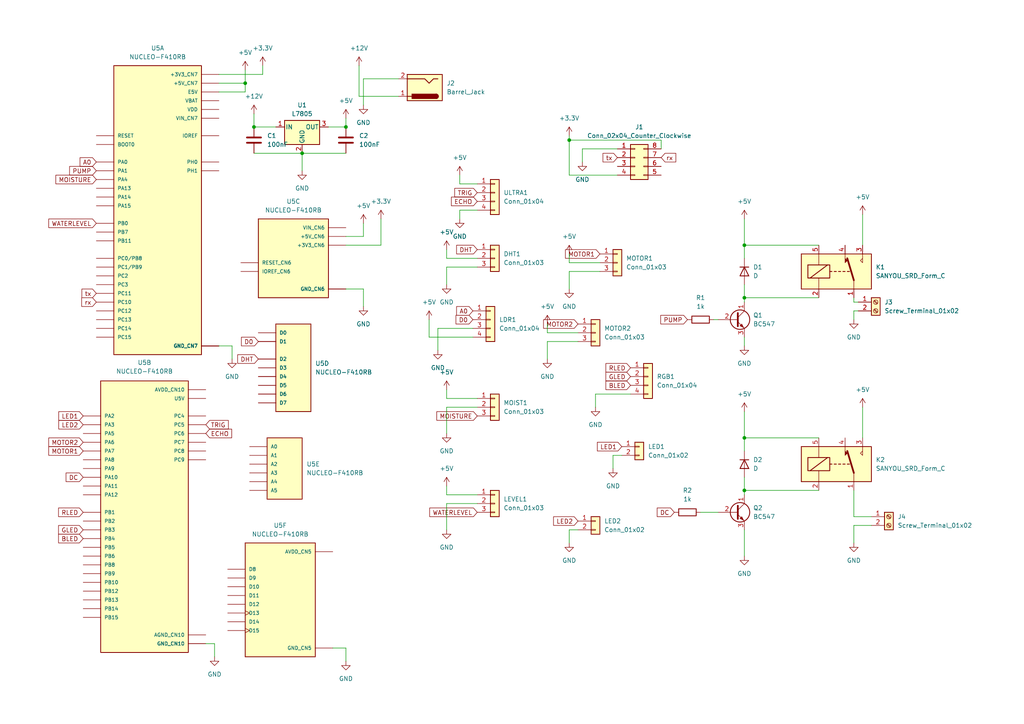
<source format=kicad_sch>
(kicad_sch (version 20231120) (generator "eeschema") (generator_version "8.0")
  (paper "A4")
  (lib_symbols
    (symbol "Connector:Barrel_Jack" (pin_names (offset 1.016))
      (property "Reference" "J" (at 0 5.334 0))
      (property "Value" "Barrel_Jack" (at 0 -5.08 0))
      (symbol "Barrel_Jack_0_1"
        (rectangle (start -5.08 3.81) (end 5.08 -3.81) (stroke (width 0.254)) (fill (type background)))
        (arc (start -3.302 3.175) (mid -3.9343 2.54) (end -3.302 1.905) (stroke (width 0.254)))
        (arc (start -3.302 3.175) (mid -3.9343 2.54) (end -3.302 1.905) (stroke (width 0.254)) (fill (type outline)))
        (polyline (pts (xy 5.08 2.54) (xy 3.81 2.54)) (stroke (width 0.254)))
        (polyline (pts (xy -3.81 -2.54) (xy -2.54 -2.54) (xy -1.27 -1.27) (xy 0 -2.54) (xy 2.54 -2.54) (xy 5.08 -2.54)) (stroke (width 0.254)))
        (rectangle (start 3.683 3.175) (end -3.302 1.905) (stroke (width 0.254)) (fill (type outline)))
      )
      (symbol "Barrel_Jack_1_1"
        (pin passive line (at 7.62 2.54 180) (length 2.54) (name "~") (number "1"))
        (pin passive line (at 7.62 -2.54 180) (length 2.54) (name "~") (number "2"))
      )
    )
    (symbol "Connector:Screw_Terminal_01x02" (pin_names (offset 1.016) hide)
      (property "Reference" "J" (at 0 2.54 0))
      (property "Value" "Screw_Terminal_01x02" (at 0 -5.08 0))
      (symbol "Screw_Terminal_01x02_1_1"
        (rectangle (start -1.27 1.27) (end 1.27 -3.81) (stroke (width 0.254)) (fill (type background)))
        (circle (center 0 -2.54) (radius 0.635) (stroke (width 0.1524)))
        (polyline (pts (xy -0.5334 -2.2098) (xy 0.3302 -3.048)) (stroke (width 0.1524)))
        (polyline (pts (xy -0.5334 0.3302) (xy 0.3302 -0.508)) (stroke (width 0.1524)))
        (polyline (pts (xy -0.3556 -2.032) (xy 0.508 -2.8702)) (stroke (width 0.1524)))
        (polyline (pts (xy -0.3556 0.508) (xy 0.508 -0.3302)) (stroke (width 0.1524)))
        (circle (center 0 0) (radius 0.635) (stroke (width 0.1524)))
        (pin passive line (at -5.08 0 0) (length 3.81) (name "Pin_1") (number "1"))
        (pin passive line (at -5.08 -2.54 0) (length 3.81) (name "Pin_2") (number "2"))
      )
    )
    (symbol "Connector_Generic:Conn_01x02" (pin_names (offset 1.016) hide)
      (property "Reference" "J" (at 0 2.54 0))
      (property "Value" "Conn_01x02" (at 0 -5.08 0))
      (symbol "Conn_01x02_1_1"
        (rectangle (start -1.27 -2.413) (end 0 -2.667) (stroke (width 0.1524)))
        (rectangle (start -1.27 0.127) (end 0 -0.127) (stroke (width 0.1524)))
        (rectangle (start -1.27 1.27) (end 1.27 -3.81) (stroke (width 0.254)) (fill (type background)))
        (pin passive line (at -5.08 0 0) (length 3.81) (name "Pin_1") (number "1"))
        (pin passive line (at -5.08 -2.54 0) (length 3.81) (name "Pin_2") (number "2"))
      )
    )
    (symbol "Connector_Generic:Conn_01x03" (pin_names (offset 1.016) hide)
      (property "Reference" "J" (at 0 5.08 0))
      (property "Value" "Conn_01x03" (at 0 -5.08 0))
      (symbol "Conn_01x03_1_1"
        (rectangle (start -1.27 -2.413) (end 0 -2.667) (stroke (width 0.1524)))
        (rectangle (start -1.27 0.127) (end 0 -0.127) (stroke (width 0.1524)))
        (rectangle (start -1.27 2.667) (end 0 2.413) (stroke (width 0.1524)))
        (rectangle (start -1.27 3.81) (end 1.27 -3.81) (stroke (width 0.254)) (fill (type background)))
        (pin passive line (at -5.08 2.54 0) (length 3.81) (name "Pin_1") (number "1"))
        (pin passive line (at -5.08 0 0) (length 3.81) (name "Pin_2") (number "2"))
        (pin passive line (at -5.08 -2.54 0) (length 3.81) (name "Pin_3") (number "3"))
      )
    )
    (symbol "Connector_Generic:Conn_01x04" (pin_names (offset 1.016) hide)
      (property "Reference" "J" (at 0 5.08 0))
      (property "Value" "Conn_01x04" (at 0 -7.62 0))
      (symbol "Conn_01x04_1_1"
        (rectangle (start -1.27 -4.953) (end 0 -5.207) (stroke (width 0.1524)))
        (rectangle (start -1.27 -2.413) (end 0 -2.667) (stroke (width 0.1524)))
        (rectangle (start -1.27 0.127) (end 0 -0.127) (stroke (width 0.1524)))
        (rectangle (start -1.27 2.667) (end 0 2.413) (stroke (width 0.1524)))
        (rectangle (start -1.27 3.81) (end 1.27 -6.35) (stroke (width 0.254)) (fill (type background)))
        (pin passive line (at -5.08 2.54 0) (length 3.81) (name "Pin_1") (number "1"))
        (pin passive line (at -5.08 0 0) (length 3.81) (name "Pin_2") (number "2"))
        (pin passive line (at -5.08 -2.54 0) (length 3.81) (name "Pin_3") (number "3"))
        (pin passive line (at -5.08 -5.08 0) (length 3.81) (name "Pin_4") (number "4"))
      )
    )
    (symbol "Connector_Generic:Conn_02x04_Counter_Clockwise" (pin_names (offset 1.016) hide)
      (property "Reference" "J" (at 1.27 5.08 0))
      (property "Value" "Conn_02x04_Counter_Clockwise" (at 1.27 -7.62 0))
      (symbol "Conn_02x04_Counter_Clockwise_1_1"
        (rectangle (start -1.27 -4.953) (end 0 -5.207) (stroke (width 0.1524)))
        (rectangle (start -1.27 -2.413) (end 0 -2.667) (stroke (width 0.1524)))
        (rectangle (start -1.27 0.127) (end 0 -0.127) (stroke (width 0.1524)))
        (rectangle (start -1.27 2.667) (end 0 2.413) (stroke (width 0.1524)))
        (rectangle (start -1.27 3.81) (end 3.81 -6.35) (stroke (width 0.254)) (fill (type background)))
        (rectangle (start 3.81 -4.953) (end 2.54 -5.207) (stroke (width 0.1524)))
        (rectangle (start 3.81 -2.413) (end 2.54 -2.667) (stroke (width 0.1524)))
        (rectangle (start 3.81 0.127) (end 2.54 -0.127) (stroke (width 0.1524)))
        (rectangle (start 3.81 2.667) (end 2.54 2.413) (stroke (width 0.1524)))
        (pin passive line (at -5.08 2.54 0) (length 3.81) (name "Pin_1") (number "1"))
        (pin passive line (at -5.08 0 0) (length 3.81) (name "Pin_2") (number "2"))
        (pin passive line (at -5.08 -2.54 0) (length 3.81) (name "Pin_3") (number "3"))
        (pin passive line (at -5.08 -5.08 0) (length 3.81) (name "Pin_4") (number "4"))
        (pin passive line (at 7.62 -5.08 180) (length 3.81) (name "Pin_5") (number "5"))
        (pin passive line (at 7.62 -2.54 180) (length 3.81) (name "Pin_6") (number "6"))
        (pin passive line (at 7.62 0 180) (length 3.81) (name "Pin_7") (number "7"))
        (pin passive line (at 7.62 2.54 180) (length 3.81) (name "Pin_8") (number "8"))
      )
    )
    (symbol "Device:C" (pin_numbers hide) (pin_names (offset 0.254))
      (property "Reference" "C" (at 0.635 2.54 0))
      (property "Value" "C" (at 0.635 -2.54 0))
      (symbol "C_0_1"
        (polyline (pts (xy -2.032 -0.762) (xy 2.032 -0.762)) (stroke (width 0.508)))
        (polyline (pts (xy -2.032 0.762) (xy 2.032 0.762)) (stroke (width 0.508)))
      )
      (symbol "C_1_1"
        (pin passive line (at 0 3.81 270) (length 2.794) (name "~") (number "1"))
        (pin passive line (at 0 -3.81 90) (length 2.794) (name "~") (number "2"))
      )
    )
    (symbol "Device:D" (pin_numbers hide) (pin_names (offset 1.016) hide)
      (property "Reference" "D" (at 0 2.54 0))
      (property "Value" "D" (at 0 -2.54 0))
      (symbol "D_0_1"
        (polyline (pts (xy -1.27 1.27) (xy -1.27 -1.27)) (stroke (width 0.254)))
        (polyline (pts (xy 1.27 0) (xy -1.27 0)))
        (polyline (pts (xy 1.27 1.27) (xy 1.27 -1.27) (xy -1.27 0) (xy 1.27 1.27)) (stroke (width 0.254)))
      )
      (symbol "D_1_1"
        (pin passive line (at -3.81 0 0) (length 2.54) (name "K") (number "1"))
        (pin passive line (at 3.81 0 180) (length 2.54) (name "A") (number "2"))
      )
    )
    (symbol "Device:R" (pin_numbers hide) (pin_names (offset 0))
      (property "Reference" "R" (at 2.032 0 90))
      (property "Value" "R" (at 0 0 90))
      (symbol "R_0_1"
        (rectangle (start -1.016 -2.54) (end 1.016 2.54) (stroke (width 0.254)))
      )
      (symbol "R_1_1"
        (pin passive line (at 0 3.81 270) (length 1.27) (name "~") (number "1"))
        (pin passive line (at 0 -3.81 90) (length 1.27) (name "~") (number "2"))
      )
    )
    (symbol "NUCLEO-F410RB:NUCLEO-F410RB" (pin_numbers hide) (pin_names (offset 1.016))
      (property "Reference" "U" (at -12.7 41.91 0))
      (property "Value" "NUCLEO-F410RB" (at -12.7 -44.45 0))
      (symbol "NUCLEO-F410RB_1_0"
        (rectangle (start -12.7 -43.18) (end 12.7 40.64) (stroke (width 0.254)) (fill (type background)))
        (pin bidirectional line (at -17.78 -27.94 0) (length 5.08) (name "PC10") (number "CN7_1"))
        (pin bidirectional line (at 17.78 20.32 180) (length 5.08) (name "IOREF") (number "CN7_12"))
        (pin bidirectional line (at -17.78 5.08 0) (length 5.08) (name "PA13") (number "CN7_13"))
        (pin bidirectional line (at -17.78 20.32 0) (length 5.08) (name "RESET") (number "CN7_14"))
        (pin bidirectional line (at -17.78 2.54 0) (length 5.08) (name "PA14") (number "CN7_15"))
        (pin power_in line (at 17.78 38.1 180) (length 5.08) (name "+3V3_CN7") (number "CN7_16"))
        (pin bidirectional line (at -17.78 0 0) (length 5.08) (name "PA15") (number "CN7_17"))
        (pin power_in line (at 17.78 35.56 180) (length 5.08) (name "+5V_CN7") (number "CN7_18"))
        (pin power_in line (at 17.78 -40.64 180) (length 5.08) (name "GND_CN7") (number "CN7_19"))
        (pin bidirectional line (at -17.78 -25.4 0) (length 5.08) (name "PC11") (number "CN7_2"))
        (pin power_in line (at 17.78 -40.64 180) (length 5.08) (name "GND_CN7") (number "CN7_20"))
        (pin bidirectional line (at -17.78 -7.62 0) (length 5.08) (name "PB7") (number "CN7_21"))
        (pin power_in line (at 17.78 -40.64 180) (length 5.08) (name "GND_CN7") (number "CN7_22"))
        (pin bidirectional line (at -17.78 -33.02 0) (length 5.08) (name "PC13") (number "CN7_23"))
        (pin power_in line (at 17.78 25.4 180) (length 5.08) (name "VIN_CN7") (number "CN7_24"))
        (pin bidirectional line (at -17.78 -35.56 0) (length 5.08) (name "PC14") (number "CN7_25"))
        (pin bidirectional line (at -17.78 -38.1 0) (length 5.08) (name "PC15") (number "CN7_27"))
        (pin bidirectional line (at -17.78 12.7 0) (length 5.08) (name "PA0") (number "CN7_28"))
        (pin bidirectional line (at 17.78 12.7 180) (length 5.08) (name "PH0") (number "CN7_29"))
        (pin bidirectional line (at -17.78 -30.48 0) (length 5.08) (name "PC12") (number "CN7_3"))
        (pin bidirectional line (at -17.78 10.16 0) (length 5.08) (name "PA1") (number "CN7_30"))
        (pin bidirectional line (at 17.78 10.16 180) (length 5.08) (name "PH1") (number "CN7_31"))
        (pin bidirectional line (at -17.78 7.62 0) (length 5.08) (name "PA4") (number "CN7_32"))
        (pin power_in line (at 17.78 30.48 180) (length 5.08) (name "VBAT") (number "CN7_33"))
        (pin bidirectional line (at -17.78 -5.08 0) (length 5.08) (name "PB0") (number "CN7_34"))
        (pin bidirectional line (at -17.78 -20.32 0) (length 5.08) (name "PC2") (number "CN7_35"))
        (pin bidirectional line (at -17.78 -17.78 0) (length 5.08) (name "PC1/PB9") (number "CN7_36"))
        (pin bidirectional line (at -17.78 -22.86 0) (length 5.08) (name "PC3") (number "CN7_37"))
        (pin bidirectional line (at -17.78 -15.24 0) (length 5.08) (name "PC0/PB8") (number "CN7_38"))
        (pin bidirectional line (at -17.78 -10.16 0) (length 5.08) (name "PB11") (number "CN7_4"))
        (pin power_in line (at 17.78 27.94 180) (length 5.08) (name "VDD") (number "CN7_5"))
        (pin power_in line (at 17.78 33.02 180) (length 5.08) (name "E5V") (number "CN7_6"))
        (pin bidirectional line (at -17.78 17.78 0) (length 5.08) (name "BOOT0") (number "CN7_7"))
        (pin power_in line (at 17.78 -40.64 180) (length 5.08) (name "GND_CN7") (number "CN7_8"))
      )
      (symbol "NUCLEO-F410RB_2_0"
        (rectangle (start -12.7 -40.64) (end 12.7 38.1) (stroke (width 0.254)) (fill (type background)))
        (pin bidirectional line (at 17.78 15.24 180) (length 5.08) (name "PC9") (number "CN10_1"))
        (pin bidirectional line (at -17.78 22.86 0) (length 5.08) (name "PA5") (number "CN10_11"))
        (pin bidirectional line (at -17.78 5.08 0) (length 5.08) (name "PA12") (number "CN10_12"))
        (pin bidirectional line (at -17.78 20.32 0) (length 5.08) (name "PA6") (number "CN10_13"))
        (pin bidirectional line (at -17.78 7.62 0) (length 5.08) (name "PA11") (number "CN10_14"))
        (pin bidirectional line (at -17.78 17.78 0) (length 5.08) (name "PA7") (number "CN10_15"))
        (pin bidirectional line (at -17.78 -22.86 0) (length 5.08) (name "PB12") (number "CN10_16"))
        (pin bidirectional line (at -17.78 -12.7 0) (length 5.08) (name "PB6") (number "CN10_17"))
        (pin bidirectional line (at 17.78 20.32 180) (length 5.08) (name "PC7") (number "CN10_19"))
        (pin bidirectional line (at 17.78 17.78 180) (length 5.08) (name "PC8") (number "CN10_2"))
        (pin power_in line (at 17.78 -38.1 180) (length 5.08) (name "GND_CN10") (number "CN10_20"))
        (pin bidirectional line (at -17.78 12.7 0) (length 5.08) (name "PA9") (number "CN10_21"))
        (pin bidirectional line (at -17.78 -2.54 0) (length 5.08) (name "PB2") (number "CN10_22"))
        (pin bidirectional line (at -17.78 15.24 0) (length 5.08) (name "PA8") (number "CN10_23"))
        (pin bidirectional line (at -17.78 0 0) (length 5.08) (name "PB1") (number "CN10_24"))
        (pin bidirectional line (at -17.78 -20.32 0) (length 5.08) (name "PB10") (number "CN10_25"))
        (pin bidirectional line (at -17.78 -30.48 0) (length 5.08) (name "PB15") (number "CN10_26"))
        (pin bidirectional line (at -17.78 -7.62 0) (length 5.08) (name "PB4") (number "CN10_27"))
        (pin bidirectional line (at -17.78 -27.94 0) (length 5.08) (name "PB14") (number "CN10_28"))
        (pin bidirectional line (at -17.78 -10.16 0) (length 5.08) (name "PB5") (number "CN10_29"))
        (pin bidirectional line (at -17.78 -15.24 0) (length 5.08) (name "PB8") (number "CN10_3"))
        (pin bidirectional line (at -17.78 -25.4 0) (length 5.08) (name "PB13") (number "CN10_30"))
        (pin bidirectional line (at -17.78 -5.08 0) (length 5.08) (name "PB3") (number "CN10_31"))
        (pin power_in line (at 17.78 -35.56 180) (length 5.08) (name "AGND_CN10") (number "CN10_32"))
        (pin bidirectional line (at -17.78 10.16 0) (length 5.08) (name "PA10") (number "CN10_33"))
        (pin bidirectional line (at 17.78 27.94 180) (length 5.08) (name "PC4") (number "CN10_34"))
        (pin bidirectional line (at -17.78 27.94 0) (length 5.08) (name "PA2") (number "CN10_35"))
        (pin bidirectional line (at -17.78 25.4 0) (length 5.08) (name "PA3") (number "CN10_37"))
        (pin bidirectional line (at 17.78 22.86 180) (length 5.08) (name "PC6") (number "CN10_4"))
        (pin bidirectional line (at -17.78 -17.78 0) (length 5.08) (name "PB9") (number "CN10_5"))
        (pin bidirectional line (at 17.78 25.4 180) (length 5.08) (name "PC5") (number "CN10_6"))
        (pin power_in line (at 17.78 35.56 180) (length 5.08) (name "AVDD_CN10") (number "CN10_7"))
        (pin power_in line (at 17.78 33.02 180) (length 5.08) (name "U5V") (number "CN10_8"))
        (pin power_in line (at 17.78 -38.1 180) (length 5.08) (name "GND_CN10") (number "CN10_9"))
      )
      (symbol "NUCLEO-F410RB_3_0"
        (rectangle (start -10.16 -12.7) (end 10.16 10.16) (stroke (width 0.254)) (fill (type background)))
        (pin bidirectional line (at -15.24 -5.08 0) (length 5.08) (name "IOREF_CN6") (number "CN6_2"))
        (pin bidirectional line (at -15.24 -2.54 0) (length 5.08) (name "RESET_CN6") (number "CN6_3"))
        (pin power_in line (at 15.24 2.54 180) (length 5.08) (name "+3V3_CN6") (number "CN6_4"))
        (pin power_in line (at 15.24 5.08 180) (length 5.08) (name "+5V_CN6") (number "CN6_5"))
        (pin power_in line (at 15.24 -10.16 180) (length 5.08) (name "GND_CN6") (number "CN6_6"))
        (pin power_in line (at 15.24 -10.16 180) (length 5.08) (name "GND_CN6") (number "CN6_7"))
        (pin power_in line (at 15.24 7.62 180) (length 5.08) (name "VIN_CN6") (number "CN6_8"))
      )
      (symbol "NUCLEO-F410RB_4_0"
        (rectangle (start -5.08 -12.7) (end 5.08 12.7) (stroke (width 0.254)) (fill (type background)))
        (pin input line (at -10.16 10.16 0) (length 5.08) (name "D0") (number "CN9_1"))
        (pin output line (at -10.16 7.62 0) (length 5.08) (name "D1") (number "CN9_2"))
        (pin bidirectional line (at -10.16 2.54 0) (length 5.08) (name "D2") (number "CN9_3"))
        (pin bidirectional line (at -10.16 0 0) (length 5.08) (name "D3") (number "CN9_4"))
        (pin bidirectional line (at -10.16 -2.54 0) (length 5.08) (name "D4") (number "CN9_5"))
        (pin bidirectional line (at -10.16 -5.08 0) (length 5.08) (name "D5") (number "CN9_6"))
        (pin bidirectional line (at -10.16 -7.62 0) (length 5.08) (name "D6") (number "CN9_7"))
        (pin bidirectional line (at -10.16 -10.16 0) (length 5.08) (name "D7") (number "CN9_8"))
      )
      (symbol "NUCLEO-F410RB_5_0"
        (rectangle (start -5.08 -10.16) (end 5.08 7.62) (stroke (width 0.254)) (fill (type background)))
        (pin input line (at -10.16 5.08 0) (length 5.08) (name "A0") (number "CN8_1"))
        (pin input line (at -10.16 2.54 0) (length 5.08) (name "A1") (number "CN8_2"))
        (pin input line (at -10.16 0 0) (length 5.08) (name "A2") (number "CN8_3"))
        (pin input line (at -10.16 -2.54 0) (length 5.08) (name "A3") (number "CN8_4"))
        (pin input line (at -10.16 -5.08 0) (length 5.08) (name "A4") (number "CN8_5"))
        (pin input line (at -10.16 -7.62 0) (length 5.08) (name "A5") (number "CN8_6"))
      )
      (symbol "NUCLEO-F410RB_6_0"
        (rectangle (start -10.16 -17.78) (end 10.16 15.24) (stroke (width 0.254)) (fill (type background)))
        (pin bidirectional line (at -15.24 7.62 0) (length 5.08) (name "D8") (number "CN5_1"))
        (pin bidirectional clock (at -15.24 -10.16 0) (length 5.08) (name "D15") (number "CN5_10"))
        (pin bidirectional line (at -15.24 5.08 0) (length 5.08) (name "D9") (number "CN5_2"))
        (pin bidirectional line (at -15.24 2.54 0) (length 5.08) (name "D10") (number "CN5_3"))
        (pin bidirectional line (at -15.24 0 0) (length 5.08) (name "D11") (number "CN5_4"))
        (pin bidirectional line (at -15.24 -2.54 0) (length 5.08) (name "D12") (number "CN5_5"))
        (pin bidirectional clock (at -15.24 -5.08 0) (length 5.08) (name "D13") (number "CN5_6"))
        (pin power_in line (at 15.24 -15.24 180) (length 5.08) (name "GND_CN5") (number "CN5_7"))
        (pin power_in line (at 15.24 12.7 180) (length 5.08) (name "AVDD_CN5") (number "CN5_8"))
        (pin bidirectional line (at -15.24 -7.62 0) (length 5.08) (name "D14") (number "CN5_9"))
      )
    )
    (symbol "Regulator_Linear:L7805" (pin_names (offset 0.254))
      (property "Reference" "U" (at -3.81 3.175 0))
      (property "Value" "L7805" (at 0 3.175 0))
      (symbol "L7805_0_1"
        (rectangle (start -5.08 1.905) (end 5.08 -5.08) (stroke (width 0.254)) (fill (type background)))
      )
      (symbol "L7805_1_1"
        (pin power_in line (at -7.62 0 0) (length 2.54) (name "IN") (number "1"))
        (pin power_in line (at 0 -7.62 90) (length 2.54) (name "GND") (number "2"))
        (pin power_out line (at 7.62 0 180) (length 2.54) (name "OUT") (number "3"))
      )
    )
    (symbol "Relay:SANYOU_SRD_Form_C"
      (property "Reference" "K" (at 11.43 3.81 0))
      (property "Value" "SANYOU_SRD_Form_C" (at 11.43 1.27 0))
      (symbol "SANYOU_SRD_Form_C_0_0"
        (polyline (pts (xy 7.62 5.08) (xy 7.62 2.54) (xy 6.985 3.175) (xy 7.62 3.81)))
      )
      (symbol "SANYOU_SRD_Form_C_0_1"
        (rectangle (start -10.16 5.08) (end 10.16 -5.08) (stroke (width 0.254)) (fill (type background)))
        (rectangle (start -8.255 1.905) (end -1.905 -1.905) (stroke (width 0.254)))
        (polyline (pts (xy -7.62 -1.905) (xy -2.54 1.905)) (stroke (width 0.254)))
        (polyline (pts (xy -5.08 -5.08) (xy -5.08 -1.905)))
        (polyline (pts (xy -5.08 5.08) (xy -5.08 1.905)))
        (polyline (pts (xy -1.905 0) (xy -1.27 0)) (stroke (width 0.254)))
        (polyline (pts (xy -0.635 0) (xy 0 0)) (stroke (width 0.254)))
        (polyline (pts (xy 0.635 0) (xy 1.27 0)) (stroke (width 0.254)))
        (polyline (pts (xy 1.905 0) (xy 2.54 0)) (stroke (width 0.254)))
        (polyline (pts (xy 3.175 0) (xy 3.81 0)) (stroke (width 0.254)))
        (polyline (pts (xy 5.08 -2.54) (xy 3.175 3.81)) (stroke (width 0.508)))
        (polyline (pts (xy 5.08 -2.54) (xy 5.08 -5.08)))
      )
      (symbol "SANYOU_SRD_Form_C_1_1"
        (polyline (pts (xy 2.54 3.81) (xy 3.175 3.175) (xy 2.54 2.54) (xy 2.54 5.08)) (fill (type outline)))
        (pin passive line (at 5.08 -7.62 90) (length 2.54) (name "~") (number "1"))
        (pin passive line (at -5.08 -7.62 90) (length 2.54) (name "~") (number "2"))
        (pin passive line (at 7.62 7.62 270) (length 2.54) (name "~") (number "3"))
        (pin passive line (at 2.54 7.62 270) (length 2.54) (name "~") (number "4"))
        (pin passive line (at -5.08 7.62 270) (length 2.54) (name "~") (number "5"))
      )
    )
    (symbol "Transistor_BJT:BC547" (pin_names (offset 0) hide)
      (property "Reference" "Q" (at 5.08 1.905 0))
      (property "Value" "BC547" (at 5.08 0 0))
      (symbol "BC547_0_1"
        (polyline (pts (xy 0 0) (xy 0.635 0)))
        (polyline (pts (xy 0.635 0.635) (xy 2.54 2.54)))
        (polyline (pts (xy 0.635 -0.635) (xy 2.54 -2.54) (xy 2.54 -2.54)))
        (polyline (pts (xy 0.635 1.905) (xy 0.635 -1.905) (xy 0.635 -1.905)) (stroke (width 0.508)))
        (polyline (pts (xy 1.27 -1.778) (xy 1.778 -1.27) (xy 2.286 -2.286) (xy 1.27 -1.778) (xy 1.27 -1.778)) (fill (type outline)))
        (circle (center 1.27 0) (radius 2.8194) (stroke (width 0.254)))
      )
      (symbol "BC547_1_1"
        (pin passive line (at 2.54 5.08 270) (length 2.54) (name "C") (number "1"))
        (pin input line (at -5.08 0 0) (length 5.08) (name "B") (number "2"))
        (pin passive line (at 2.54 -5.08 90) (length 2.54) (name "E") (number "3"))
      )
    )
    (symbol "power:+12V" (power) (pin_names (offset 0))
      (property "Value" "+12V" (at 0 3.556 0))
      (symbol "+12V_0_1"
        (polyline (pts (xy -0.762 1.27) (xy 0 2.54)))
        (polyline (pts (xy 0 0) (xy 0 2.54)))
        (polyline (pts (xy 0 2.54) (xy 0.762 1.27)))
      )
      (symbol "+12V_1_1"
        (pin power_in line (at 0 0 90) (length 0) hide (name "+12V") (number "1"))
      )
    )
    (symbol "power:+3.3V" (power) (pin_names (offset 0))
      (property "Value" "+3.3V" (at 0 3.556 0))
      (symbol "+3.3V_0_1"
        (polyline (pts (xy -0.762 1.27) (xy 0 2.54)))
        (polyline (pts (xy 0 0) (xy 0 2.54)))
        (polyline (pts (xy 0 2.54) (xy 0.762 1.27)))
      )
      (symbol "+3.3V_1_1"
        (pin power_in line (at 0 0 90) (length 0) hide (name "+3.3V") (number "1"))
      )
    )
    (symbol "power:+5V" (power) (pin_names (offset 0))
      (property "Value" "+5V" (at 0 3.556 0))
      (symbol "+5V_0_1"
        (polyline (pts (xy -0.762 1.27) (xy 0 2.54)))
        (polyline (pts (xy 0 0) (xy 0 2.54)))
        (polyline (pts (xy 0 2.54) (xy 0.762 1.27)))
      )
      (symbol "+5V_1_1"
        (pin power_in line (at 0 0 90) (length 0) hide (name "+5V") (number "1"))
      )
    )
    (symbol "power:GND" (power) (pin_names (offset 0))
      (property "Value" "GND" (at 0 -3.81 0))
      (symbol "GND_0_1"
        (polyline (pts (xy 0 0) (xy 0 -1.27) (xy 1.27 -1.27) (xy 0 -2.54) (xy -1.27 -1.27) (xy 0 -1.27)))
      )
      (symbol "GND_1_1"
        (pin power_in line (at 0 0 270) (length 0) hide (name "GND") (number "1"))
      )
    )
  )
  (junction (at 71.12 24.13))
  (junction (at 73.66 36.83))
  (junction (at 215.9 86.36))
  (junction (at 100.33 36.83))
  (junction (at 215.9 127))
  (junction (at 165.1 40.64))
  (junction (at 87.63 44.45))
  (junction (at 215.9 142.24))
  (junction (at 215.9 71.12))
  (wire (pts (xy 247.65 86.36) (xy 247.65 87.63)))
  (wire (pts (xy 129.54 82.55) (xy 129.54 77.47)))
  (wire (pts (xy 215.9 82.55) (xy 215.9 86.36)))
  (wire (pts (xy 129.54 77.47) (xy 138.43 77.47)))
  (wire (pts (xy 215.9 142.24) (xy 237.49 142.24)))
  (wire (pts (xy 95.25 36.83) (xy 100.33 36.83)))
  (wire (pts (xy 177.8 132.08) (xy 180.34 132.08)))
  (wire (pts (xy 172.72 114.3) (xy 182.88 114.3)))
  (wire (pts (xy 104.14 19.05) (xy 104.14 27.94)))
  (wire (pts (xy 96.52 187.96) (xy 100.33 187.96)))
  (wire (pts (xy 104.14 27.94) (xy 115.57 27.94)))
  (wire (pts (xy 165.1 78.74) (xy 173.99 78.74)))
  (wire (pts (xy 165.1 40.64) (xy 191.77 40.64)))
  (wire (pts (xy 165.1 83.82) (xy 165.1 78.74)))
  (wire (pts (xy 87.63 44.45) (xy 100.33 44.45)))
  (wire (pts (xy 105.41 22.86) (xy 115.57 22.86)))
  (wire (pts (xy 158.75 93.98) (xy 158.75 96.52)))
  (wire (pts (xy 129.54 153.67) (xy 129.54 146.05)))
  (wire (pts (xy 105.41 30.48) (xy 105.41 22.86)))
  (wire (pts (xy 247.65 90.17) (xy 248.92 90.17)))
  (wire (pts (xy 191.77 40.64) (xy 191.77 43.18)))
  (wire (pts (xy 215.9 86.36) (xy 237.49 86.36)))
  (wire (pts (xy 215.9 119.38) (xy 215.9 127)))
  (wire (pts (xy 247.65 92.71) (xy 247.65 90.17)))
  (wire (pts (xy 215.9 97.79) (xy 215.9 100.33)))
  (wire (pts (xy 59.69 186.69) (xy 62.23 186.69)))
  (wire (pts (xy 165.1 76.2) (xy 173.99 76.2)))
  (wire (pts (xy 133.35 60.96) (xy 133.35 63.5)))
  (wire (pts (xy 165.1 40.64) (xy 165.1 50.8)))
  (wire (pts (xy 215.9 127) (xy 237.49 127)))
  (wire (pts (xy 138.43 60.96) (xy 133.35 60.96)))
  (wire (pts (xy 129.54 72.39) (xy 129.54 74.93)))
  (wire (pts (xy 215.9 127) (xy 215.9 130.81)))
  (wire (pts (xy 133.35 53.34) (xy 133.35 50.8)))
  (wire (pts (xy 177.8 135.89) (xy 177.8 132.08)))
  (wire (pts (xy 129.54 125.73) (xy 129.54 118.11)))
  (wire (pts (xy 100.33 34.29) (xy 100.33 36.83)))
  (wire (pts (xy 127 101.6) (xy 127 95.25)))
  (wire (pts (xy 129.54 146.05) (xy 138.43 146.05)))
  (wire (pts (xy 73.66 44.45) (xy 87.63 44.45)))
  (wire (pts (xy 247.65 87.63) (xy 248.92 87.63)))
  (wire (pts (xy 127 95.25) (xy 137.16 95.25)))
  (wire (pts (xy 129.54 74.93) (xy 138.43 74.93)))
  (wire (pts (xy 63.5 24.13) (xy 71.12 24.13)))
  (wire (pts (xy 62.23 186.69) (xy 62.23 190.5)))
  (wire (pts (xy 71.12 24.13) (xy 71.12 20.32)))
  (wire (pts (xy 168.91 46.99) (xy 168.91 43.18)))
  (wire (pts (xy 105.41 68.58) (xy 105.41 64.77)))
  (wire (pts (xy 172.72 118.11) (xy 172.72 114.3)))
  (wire (pts (xy 165.1 73.66) (xy 165.1 76.2)))
  (wire (pts (xy 215.9 87.63) (xy 215.9 86.36)))
  (wire (pts (xy 250.19 62.23) (xy 250.19 71.12)))
  (wire (pts (xy 73.66 33.02) (xy 73.66 36.83)))
  (wire (pts (xy 63.5 100.33) (xy 67.31 100.33)))
  (wire (pts (xy 203.2 148.59) (xy 208.28 148.59)))
  (wire (pts (xy 215.9 153.67) (xy 215.9 161.29)))
  (wire (pts (xy 215.9 63.5) (xy 215.9 71.12)))
  (wire (pts (xy 67.31 100.33) (xy 67.31 104.14)))
  (wire (pts (xy 158.75 96.52) (xy 167.64 96.52)))
  (wire (pts (xy 215.9 138.43) (xy 215.9 142.24)))
  (wire (pts (xy 129.54 118.11) (xy 138.43 118.11)))
  (wire (pts (xy 100.33 68.58) (xy 105.41 68.58)))
  (wire (pts (xy 168.91 43.18) (xy 179.07 43.18)))
  (wire (pts (xy 129.54 140.97) (xy 129.54 143.51)))
  (wire (pts (xy 63.5 26.67) (xy 71.12 26.67)))
  (wire (pts (xy 100.33 187.96) (xy 100.33 191.77)))
  (wire (pts (xy 207.01 92.71) (xy 208.28 92.71)))
  (wire (pts (xy 73.66 36.83) (xy 80.01 36.83)))
  (wire (pts (xy 110.49 71.12) (xy 110.49 63.5)))
  (wire (pts (xy 129.54 115.57) (xy 138.43 115.57)))
  (wire (pts (xy 165.1 50.8) (xy 179.07 50.8)))
  (wire (pts (xy 100.33 71.12) (xy 110.49 71.12)))
  (wire (pts (xy 87.63 44.45) (xy 87.63 49.53)))
  (wire (pts (xy 215.9 71.12) (xy 237.49 71.12)))
  (wire (pts (xy 165.1 39.37) (xy 165.1 40.64)))
  (wire (pts (xy 165.1 153.67) (xy 167.64 153.67)))
  (wire (pts (xy 247.65 152.4) (xy 252.73 152.4)))
  (wire (pts (xy 76.2 21.59) (xy 76.2 19.05)))
  (wire (pts (xy 63.5 21.59) (xy 76.2 21.59)))
  (wire (pts (xy 105.41 83.82) (xy 105.41 88.9)))
  (wire (pts (xy 165.1 157.48) (xy 165.1 153.67)))
  (wire (pts (xy 129.54 113.03) (xy 129.54 115.57)))
  (wire (pts (xy 247.65 157.48) (xy 247.65 152.4)))
  (wire (pts (xy 215.9 143.51) (xy 215.9 142.24)))
  (wire (pts (xy 247.65 149.86) (xy 252.73 149.86)))
  (wire (pts (xy 158.75 99.06) (xy 167.64 99.06)))
  (wire (pts (xy 247.65 142.24) (xy 247.65 149.86)))
  (wire (pts (xy 71.12 26.67) (xy 71.12 24.13)))
  (wire (pts (xy 124.46 97.79) (xy 137.16 97.79)))
  (wire (pts (xy 215.9 74.93) (xy 215.9 71.12)))
  (wire (pts (xy 124.46 92.71) (xy 124.46 97.79)))
  (wire (pts (xy 129.54 143.51) (xy 138.43 143.51)))
  (wire (pts (xy 100.33 83.82) (xy 105.41 83.82)))
  (wire (pts (xy 138.43 53.34) (xy 133.35 53.34)))
  (wire (pts (xy 158.75 104.14) (xy 158.75 99.06)))
  (wire (pts (xy 250.19 118.11) (xy 250.19 127)))
  (global_label "RLED" (shape input) (at 182.88 106.68 180) (property "Intersheetrefs" "${INTERSHEET_REFS}" (effects (hide yes))))
  (global_label "RLED" (shape input) (at 24.13 148.59 180) (property "Intersheetrefs" "${INTERSHEET_REFS}" (effects (hide yes))))
  (global_label "A0" (shape input) (at 27.94 46.99 180) (property "Intersheetrefs" "${INTERSHEET_REFS}" (effects (hide yes))))
  (global_label "MOTOR1" (shape input) (at 173.99 73.66 180) (property "Intersheetrefs" "${INTERSHEET_REFS}" (effects (hide yes))))
  (global_label "BLED" (shape input) (at 182.88 111.76 180) (property "Intersheetrefs" "${INTERSHEET_REFS}" (effects (hide yes))))
  (global_label "ECHO" (shape input) (at 138.43 58.42 180) (property "Intersheetrefs" "${INTERSHEET_REFS}" (effects (hide yes))))
  (global_label "rx" (shape input) (at 27.94 87.63 180) (property "Intersheetrefs" "${INTERSHEET_REFS}" (effects (hide yes))))
  (global_label "BLED" (shape input) (at 24.13 156.21 180) (property "Intersheetrefs" "${INTERSHEET_REFS}" (effects (hide yes))))
  (global_label "LED2" (shape input) (at 24.13 123.19 180) (property "Intersheetrefs" "${INTERSHEET_REFS}" (effects (hide yes))))
  (global_label "DHT" (shape input) (at 138.43 72.39 180) (property "Intersheetrefs" "${INTERSHEET_REFS}" (effects (hide yes))))
  (global_label "tx" (shape input) (at 27.94 85.09 180) (property "Intersheetrefs" "${INTERSHEET_REFS}" (effects (hide yes))))
  (global_label "PUMP" (shape input) (at 27.94 49.53 180) (property "Intersheetrefs" "${INTERSHEET_REFS}" (effects (hide yes))))
  (global_label "GLED" (shape input) (at 182.88 109.22 180) (property "Intersheetrefs" "${INTERSHEET_REFS}" (effects (hide yes))))
  (global_label "WATERLEVEL" (shape input) (at 138.43 148.59 180) (property "Intersheetrefs" "${INTERSHEET_REFS}" (effects (hide yes))))
  (global_label "D0" (shape input) (at 137.16 92.71 180) (property "Intersheetrefs" "${INTERSHEET_REFS}" (effects (hide yes))))
  (global_label "tx" (shape input) (at 179.07 45.72 180) (property "Intersheetrefs" "${INTERSHEET_REFS}" (effects (hide yes))))
  (global_label "GLED" (shape input) (at 24.13 153.67 180) (property "Intersheetrefs" "${INTERSHEET_REFS}" (effects (hide yes))))
  (global_label "MOISTURE" (shape input) (at 138.43 120.65 180) (property "Intersheetrefs" "${INTERSHEET_REFS}" (effects (hide yes))))
  (global_label "LED1" (shape input) (at 24.13 120.65 180) (property "Intersheetrefs" "${INTERSHEET_REFS}" (effects (hide yes))))
  (global_label "LED1" (shape input) (at 180.34 129.54 180) (property "Intersheetrefs" "${INTERSHEET_REFS}" (effects (hide yes))))
  (global_label "TRIG" (shape input) (at 138.43 55.88 180) (property "Intersheetrefs" "${INTERSHEET_REFS}" (effects (hide yes))))
  (global_label "DHT" (shape input) (at 74.93 104.14 180) (property "Intersheetrefs" "${INTERSHEET_REFS}" (effects (hide yes))))
  (global_label "rx" (shape input) (at 191.77 45.72 0) (property "Intersheetrefs" "${INTERSHEET_REFS}" (effects (hide yes))))
  (global_label "ECHO" (shape input) (at 59.69 125.73 0) (property "Intersheetrefs" "${INTERSHEET_REFS}" (effects (hide yes))))
  (global_label "TRIG" (shape input) (at 59.69 123.19 0) (property "Intersheetrefs" "${INTERSHEET_REFS}" (effects (hide yes))))
  (global_label "MOTOR1" (shape input) (at 24.13 130.81 180) (property "Intersheetrefs" "${INTERSHEET_REFS}" (effects (hide yes))))
  (global_label "A0" (shape input) (at 137.16 90.17 180) (property "Intersheetrefs" "${INTERSHEET_REFS}" (effects (hide yes))))
  (global_label "MOISTURE" (shape input) (at 27.94 52.07 180) (property "Intersheetrefs" "${INTERSHEET_REFS}" (effects (hide yes))))
  (global_label "DC" (shape input) (at 24.13 138.43 180) (property "Intersheetrefs" "${INTERSHEET_REFS}" (effects (hide yes))))
  (global_label "WATERLEVEL" (shape input) (at 27.94 64.77 180) (property "Intersheetrefs" "${INTERSHEET_REFS}" (effects (hide yes))))
  (global_label "PUMP" (shape input) (at 199.39 92.71 180) (property "Intersheetrefs" "${INTERSHEET_REFS}" (effects (hide yes))))
  (global_label "DC" (shape input) (at 195.58 148.59 180) (property "Intersheetrefs" "${INTERSHEET_REFS}" (effects (hide yes))))
  (global_label "MOTOR2" (shape input) (at 24.13 128.27 180) (property "Intersheetrefs" "${INTERSHEET_REFS}" (effects (hide yes))))
  (global_label "MOTOR2" (shape input) (at 167.64 93.98 180) (property "Intersheetrefs" "${INTERSHEET_REFS}" (effects (hide yes))))
  (global_label "LED2" (shape input) (at 167.64 151.13 180) (property "Intersheetrefs" "${INTERSHEET_REFS}" (effects (hide yes))))
  (global_label "D0" (shape input) (at 74.93 99.06 180) (property "Intersheetrefs" "${INTERSHEET_REFS}" (effects (hide yes))))
  (symbol (lib_id "power:+12V") (at 104.14 19.05 0) (unit 1)
    (property "Reference" "#PWR010" (effects (hide yes)))
    (property "Value" "+12V" (at 104.14 13.97 0))
  )
  (symbol (lib_id "power:+5V") (at 105.41 64.77 0) (unit 1)
    (property "Reference" "#PWR08" (effects (hide yes)))
    (property "Value" "+5V" (at 105.41 59.69 0))
  )
  (symbol (lib_id "NUCLEO-F410RB:NUCLEO-F410RB") (at 85.09 73.66 0) (unit 3)
    (property "Reference" "U5" (at 85.09 58.42 0))
    (property "Value" "NUCLEO-F410RB" (at 85.09 60.96 0))
    (property "Footprint" "Library:ST_NUCLEO-F410RB" (effects (hide yes)))
    (property "Description" "\\n                        \\n                            STM32F410RB, mbed-Enabled Development Nucleo-64 STM32F4 ARM® Cortex®-M4 MCU 32-Bit Embedded Evaluation Board\\n                        \\n" (effects (hide yes)))
    (property "MF" "STMicroelectronics" (effects (hide yes)))
    (property "Package" "None" (effects (hide yes)))
    (property "Price" "None" (effects (hide yes)))
    (property "Check_prices" "https://www.snapeda.com/parts/NUCLEO-F410RB/STMicroelectronics/view-part/?ref=eda" (effects (hide yes)))
    (property "STANDARD" "Manufacturer Recommendations" (effects (hide yes)))
    (property "PARTREV" "13" (effects (hide yes)))
    (property "SnapEDA_Link" "https://www.snapeda.com/parts/NUCLEO-F410RB/STMicroelectronics/view-part/?ref=snap" (effects (hide yes)))
    (property "MP" "NUCLEO-F410RB" (effects (hide yes)))
    (property "Availability" "In Stock" (effects (hide yes)))
    (property "MANUFACTURER" "STMicroelectronics" (effects (hide yes)))
  )
  (symbol (lib_id "power:+5V") (at 71.12 20.32 0) (unit 1)
    (property "Reference" "#PWR01" (effects (hide yes)))
    (property "Value" "+5V" (at 71.12 15.24 0))
  )
  (symbol (lib_id "NUCLEO-F410RB:NUCLEO-F410RB") (at 81.28 172.72 0) (unit 6)
    (property "Reference" "U5" (at 81.28 152.4 0))
    (property "Value" "NUCLEO-F410RB" (at 81.28 154.94 0))
    (property "Footprint" "Library:ST_NUCLEO-F410RB" (effects (hide yes)))
    (property "Description" "\\n                        \\n                            STM32F410RB, mbed-Enabled Development Nucleo-64 STM32F4 ARM® Cortex®-M4 MCU 32-Bit Embedded Evaluation Board\\n                        \\n" (effects (hide yes)))
    (property "MF" "STMicroelectronics" (effects (hide yes)))
    (property "Package" "None" (effects (hide yes)))
    (property "Price" "None" (effects (hide yes)))
    (property "Check_prices" "https://www.snapeda.com/parts/NUCLEO-F410RB/STMicroelectronics/view-part/?ref=eda" (effects (hide yes)))
    (property "STANDARD" "Manufacturer Recommendations" (effects (hide yes)))
    (property "PARTREV" "13" (effects (hide yes)))
    (property "SnapEDA_Link" "https://www.snapeda.com/parts/NUCLEO-F410RB/STMicroelectronics/view-part/?ref=snap" (effects (hide yes)))
    (property "MP" "NUCLEO-F410RB" (effects (hide yes)))
    (property "Availability" "In Stock" (effects (hide yes)))
    (property "MANUFACTURER" "STMicroelectronics" (effects (hide yes)))
  )
  (symbol (lib_id "Regulator_Linear:L7805") (at 87.63 36.83 0) (unit 1)
    (property "Reference" "U1" (at 87.63 30.48 0))
    (property "Value" "L7805" (at 87.63 33.02 0))
    (property "Footprint" "Package_TO_SOT_SMD:TO-252-2" (effects (hide yes)))
    (property "Datasheet" "http://www.st.com/content/ccc/resource/technical/document/datasheet/41/4f/b3/b0/12/d4/47/88/CD00000444.pdf/files/CD00000444.pdf/jcr:content/translations/en.CD00000444.pdf" (effects (hide yes)))
  )
  (symbol (lib_id "Connector_Generic:Conn_01x02") (at 172.72 151.13 0) (unit 1)
    (property "Reference" "LED2" (at 175.26 151.13 0) (effects (justify left)))
    (property "Value" "Conn_01x02" (at 175.26 153.67 0) (effects (justify left)))
    (property "Footprint" "Connector_PinHeader_2.54mm:PinHeader_1x02_P2.54mm_Vertical" (effects (hide yes)))
  )
  (symbol (lib_id "power:+5V") (at 100.33 34.29 0) (unit 1)
    (property "Reference" "#PWR025" (effects (hide yes)))
    (property "Value" "+5V" (at 100.33 29.21 0))
  )
  (symbol (lib_id "power:GND") (at 105.41 88.9 0) (unit 1)
    (property "Reference" "#PWR05" (effects (hide yes)))
    (property "Value" "GND" (at 105.41 93.98 0))
  )
  (symbol (lib_id "power:GND") (at 129.54 125.73 0) (unit 1)
    (property "Reference" "#PWR019" (effects (hide yes)))
    (property "Value" "GND" (at 129.54 130.81 0))
  )
  (symbol (lib_id "power:+5V") (at 129.54 113.03 0) (unit 1)
    (property "Reference" "#PWR018" (effects (hide yes)))
    (property "Value" "+5V" (at 129.54 107.95 0))
  )
  (symbol (lib_id "Device:R") (at 199.39 148.59 270) (unit 1)
    (property "Reference" "R2" (at 199.39 142.24 90))
    (property "Value" "1k" (at 199.39 144.78 90))
    (property "Footprint" "Resistor_THT:R_Axial_DIN0207_L6.3mm_D2.5mm_P10.16mm_Horizontal" (effects (hide yes)))
  )
  (symbol (lib_id "Connector_Generic:Conn_01x03") (at 172.72 96.52 0) (unit 1)
    (property "Reference" "MOTOR2" (at 175.26 95.2499 0) (effects (justify left)))
    (property "Value" "Conn_01x03" (at 175.26 97.7899 0) (effects (justify left)))
    (property "Footprint" "Connector_PinHeader_2.54mm:PinHeader_1x03_P2.54mm_Vertical" (effects (hide yes)))
  )
  (symbol (lib_id "power:GND") (at 100.33 191.77 0) (unit 1)
    (property "Reference" "#PWR06" (effects (hide yes)))
    (property "Value" "GND" (at 100.33 196.85 0))
  )
  (symbol (lib_id "power:GND") (at 129.54 153.67 0) (unit 1)
    (property "Reference" "#PWR021" (effects (hide yes)))
    (property "Value" "GND" (at 129.54 158.75 0))
  )
  (symbol (lib_id "Connector_Generic:Conn_01x02") (at 185.42 129.54 0) (unit 1)
    (property "Reference" "LED1" (at 187.96 129.54 0) (effects (justify left)))
    (property "Value" "Conn_01x02" (at 187.96 132.08 0) (effects (justify left)))
    (property "Footprint" "Connector_PinHeader_2.54mm:PinHeader_1x02_P2.54mm_Vertical" (effects (hide yes)))
  )
  (symbol (lib_id "power:GND") (at 127 101.6 0) (unit 1)
    (property "Reference" "#PWR016" (effects (hide yes)))
    (property "Value" "GND" (at 127 106.68 0))
  )
  (symbol (lib_id "power:GND") (at 177.8 135.89 0) (unit 1)
    (property "Reference" "#PWR034" (effects (hide yes)))
    (property "Value" "GND" (at 177.8 140.97 0))
  )
  (symbol (lib_id "power:+5V") (at 129.54 140.97 0) (unit 1)
    (property "Reference" "#PWR020" (effects (hide yes)))
    (property "Value" "+5V" (at 129.54 135.89 0))
  )
  (symbol (lib_id "power:+12V") (at 73.66 33.02 0) (unit 1)
    (property "Reference" "#PWR011" (effects (hide yes)))
    (property "Value" "+12V" (at 73.66 27.94 0))
  )
  (symbol (lib_id "power:GND") (at 165.1 83.82 0) (unit 1)
    (property "Reference" "#PWR038" (effects (hide yes)))
    (property "Value" "GND" (at 165.1 88.9 0))
  )
  (symbol (lib_id "Connector_Generic:Conn_02x04_Counter_Clockwise") (at 184.15 45.72 0) (unit 1)
    (property "Reference" "J1" (at 185.42 36.83 0))
    (property "Value" "Conn_02x04_Counter_Clockwise" (at 185.42 39.37 0))
    (property "Footprint" "Connector_PinHeader_2.54mm:PinHeader_2x04_P2.54mm_Vertical" (effects (hide yes)))
  )
  (symbol (lib_id "power:+5V") (at 250.19 118.11 0) (unit 1)
    (property "Reference" "#PWR033" (effects (hide yes)))
    (property "Value" "+5V" (at 250.19 113.03 0))
  )
  (symbol (lib_id "power:+5V") (at 250.19 62.23 0) (unit 1)
    (property "Reference" "#PWR029" (effects (hide yes)))
    (property "Value" "+5V" (at 250.19 57.15 0))
  )
  (symbol (lib_id "NUCLEO-F410RB:NUCLEO-F410RB") (at 82.55 134.62 0) (unit 5)
    (property "Reference" "U5" (at 88.9 134.62 0) (effects (justify left)))
    (property "Value" "NUCLEO-F410RB" (at 88.9 137.16 0) (effects (justify left)))
    (property "Footprint" "Library:ST_NUCLEO-F410RB" (effects (hide yes)))
    (property "Description" "\\n                        \\n                            STM32F410RB, mbed-Enabled Development Nucleo-64 STM32F4 ARM® Cortex®-M4 MCU 32-Bit Embedded Evaluation Board\\n                        \\n" (effects (hide yes)))
    (property "MF" "STMicroelectronics" (effects (hide yes)))
    (property "Package" "None" (effects (hide yes)))
    (property "Price" "None" (effects (hide yes)))
    (property "Check_prices" "https://www.snapeda.com/parts/NUCLEO-F410RB/STMicroelectronics/view-part/?ref=eda" (effects (hide yes)))
    (property "STANDARD" "Manufacturer Recommendations" (effects (hide yes)))
    (property "PARTREV" "13" (effects (hide yes)))
    (property "SnapEDA_Link" "https://www.snapeda.com/parts/NUCLEO-F410RB/STMicroelectronics/view-part/?ref=snap" (effects (hide yes)))
    (property "MP" "NUCLEO-F410RB" (effects (hide yes)))
    (property "Availability" "In Stock" (effects (hide yes)))
    (property "MANUFACTURER" "STMicroelectronics" (effects (hide yes)))
  )
  (symbol (lib_id "Relay:SANYOU_SRD_Form_C") (at 242.57 78.74 0) (unit 1)
    (property "Reference" "K1" (at 254 77.47 0) (effects (justify left)))
    (property "Value" "SANYOU_SRD_Form_C" (at 254 80.01 0) (effects (justify left)))
    (property "Footprint" "Relay_THT:Relay_SPDT_SANYOU_SRD_Series_Form_C" (effects (hide yes)))
    (property "Datasheet" "http://www.sanyourelay.ca/public/products/pdf/SRD.pdf" (effects (hide yes)))
  )
  (symbol (lib_id "power:+3.3V") (at 76.2 19.05 0) (unit 1)
    (property "Reference" "#PWR02" (effects (hide yes)))
    (property "Value" "+3.3V" (at 76.2 13.97 0))
  )
  (symbol (lib_id "power:GND") (at 87.63 49.53 0) (unit 1)
    (property "Reference" "#PWR024" (effects (hide yes)))
    (property "Value" "GND" (at 87.63 54.61 0))
  )
  (symbol (lib_id "power:GND") (at 158.75 104.14 0) (unit 1)
    (property "Reference" "#PWR040" (effects (hide yes)))
    (property "Value" "GND" (at 158.75 109.22 0))
  )
  (symbol (lib_id "Device:C") (at 73.66 40.64 0) (unit 1)
    (property "Reference" "C1" (at 77.47 39.37 0) (effects (justify left)))
    (property "Value" "100nF" (at 77.47 41.91 0) (effects (justify left)))
    (property "Footprint" "Capacitor_THT:C_Axial_L3.8mm_D2.6mm_P7.50mm_Horizontal" (effects (hide yes)))
  )
  (symbol (lib_id "Device:D") (at 215.9 134.62 270) (unit 1)
    (property "Reference" "D2" (at 218.44 133.35 90) (effects (justify left)))
    (property "Value" "D" (at 218.44 135.89 90) (effects (justify left)))
    (property "Footprint" "Diode_THT:D_A-405_P10.16mm_Horizontal" (effects (hide yes)))
    (property "Sim.Device" "D" (effects (hide yes)))
    (property "Sim.Pins" "1=K 2=A" (effects (hide yes)))
  )
  (symbol (lib_id "Transistor_BJT:BC547") (at 213.36 92.71 0) (unit 1)
    (property "Reference" "Q1" (at 218.44 91.44 0) (effects (justify left)))
    (property "Value" "BC547" (at 218.44 93.98 0) (effects (justify left)))
    (property "Footprint" "Package_TO_SOT_THT:TO-92_Inline" (effects (hide yes)))
    (property "Datasheet" "https://www.onsemi.com/pub/Collateral/BC550-D.pdf" (effects (hide yes)))
  )
  (symbol (lib_id "NUCLEO-F410RB:NUCLEO-F410RB") (at 85.09 106.68 0) (unit 4)
    (property "Reference" "U5" (at 91.44 105.41 0) (effects (justify left)))
    (property "Value" "NUCLEO-F410RB" (at 91.44 107.95 0) (effects (justify left)))
    (property "Footprint" "Library:ST_NUCLEO-F410RB" (effects (hide yes)))
    (property "Description" "\\n                        \\n                            STM32F410RB, mbed-Enabled Development Nucleo-64 STM32F4 ARM® Cortex®-M4 MCU 32-Bit Embedded Evaluation Board\\n                        \\n" (effects (hide yes)))
    (property "MF" "STMicroelectronics" (effects (hide yes)))
    (property "Package" "None" (effects (hide yes)))
    (property "Price" "None" (effects (hide yes)))
    (property "Check_prices" "https://www.snapeda.com/parts/NUCLEO-F410RB/STMicroelectronics/view-part/?ref=eda" (effects (hide yes)))
    (property "STANDARD" "Manufacturer Recommendations" (effects (hide yes)))
    (property "PARTREV" "13" (effects (hide yes)))
    (property "SnapEDA_Link" "https://www.snapeda.com/parts/NUCLEO-F410RB/STMicroelectronics/view-part/?ref=snap" (effects (hide yes)))
    (property "MP" "NUCLEO-F410RB" (effects (hide yes)))
    (property "Availability" "In Stock" (effects (hide yes)))
    (property "MANUFACTURER" "STMicroelectronics" (effects (hide yes)))
  )
  (symbol (lib_id "power:+5V") (at 133.35 50.8 0) (unit 1)
    (property "Reference" "#PWR013" (effects (hide yes)))
    (property "Value" "+5V" (at 133.35 45.72 0))
  )
  (symbol (lib_id "Connector_Generic:Conn_01x04") (at 187.96 109.22 0) (unit 1)
    (property "Reference" "RGB1" (at 190.5 109.22 0) (effects (justify left)))
    (property "Value" "Conn_01x04" (at 190.5 111.76 0) (effects (justify left)))
    (property "Footprint" "Connector_PinHeader_2.54mm:PinHeader_1x04_P2.54mm_Vertical" (effects (hide yes)))
  )
  (symbol (lib_id "power:GND") (at 168.91 46.99 0) (unit 1)
    (property "Reference" "#PWR023" (effects (hide yes)))
    (property "Value" "GND" (at 168.91 52.07 0))
  )
  (symbol (lib_id "Transistor_BJT:BC547") (at 213.36 148.59 0) (unit 1)
    (property "Reference" "Q2" (at 218.44 147.32 0) (effects (justify left)))
    (property "Value" "BC547" (at 218.44 149.86 0) (effects (justify left)))
    (property "Footprint" "Package_TO_SOT_THT:TO-92_Inline" (effects (hide yes)))
    (property "Datasheet" "https://www.onsemi.com/pub/Collateral/BC550-D.pdf" (effects (hide yes)))
  )
  (symbol (lib_id "Connector_Generic:Conn_01x03") (at 143.51 118.11 0) (unit 1)
    (property "Reference" "MOIST1" (at 146.05 116.84 0) (effects (justify left)))
    (property "Value" "Conn_01x03" (at 146.05 119.38 0) (effects (justify left)))
    (property "Footprint" "Connector_PinHeader_2.54mm:PinHeader_1x03_P2.54mm_Vertical" (effects (hide yes)))
  )
  (symbol (lib_id "Connector:Screw_Terminal_01x02") (at 254 87.63 0) (unit 1)
    (property "Reference" "J3" (at 256.54 87.63 0) (effects (justify left)))
    (property "Value" "Screw_Terminal_01x02" (at 256.54 90.17 0) (effects (justify left)))
    (property "Footprint" "TerminalBlock_MetzConnect:TerminalBlock_MetzConnect_Type011_RT05502HBWC_1x02_P5.00mm_Horizontal" (effects (hide yes)))
  )
  (symbol (lib_id "power:GND") (at 247.65 157.48 0) (unit 1)
    (property "Reference" "#PWR032" (effects (hide yes)))
    (property "Value" "GND" (at 247.65 162.56 0))
  )
  (symbol (lib_id "power:GND") (at 67.31 104.14 0) (unit 1)
    (property "Reference" "#PWR04" (effects (hide yes)))
    (property "Value" "GND" (at 67.31 109.22 0))
  )
  (symbol (lib_id "Device:D") (at 215.9 78.74 270) (unit 1)
    (property "Reference" "D1" (at 218.44 77.47 90) (effects (justify left)))
    (property "Value" "D" (at 218.44 80.01 90) (effects (justify left)))
    (property "Footprint" "Diode_THT:D_A-405_P10.16mm_Horizontal" (effects (hide yes)))
    (property "Sim.Device" "D" (effects (hide yes)))
    (property "Sim.Pins" "1=K 2=A" (effects (hide yes)))
  )
  (symbol (lib_id "power:GND") (at 247.65 92.71 0) (unit 1)
    (property "Reference" "#PWR028" (effects (hide yes)))
    (property "Value" "GND" (at 247.65 97.79 0))
  )
  (symbol (lib_id "power:+5V") (at 215.9 119.38 0) (unit 1)
    (property "Reference" "#PWR030" (effects (hide yes)))
    (property "Value" "+5V" (at 215.9 114.3 0))
  )
  (symbol (lib_id "NUCLEO-F410RB:NUCLEO-F410RB") (at 45.72 59.69 0) (unit 1)
    (property "Reference" "U5" (at 45.72 13.97 0))
    (property "Value" "NUCLEO-F410RB" (at 45.72 16.51 0))
    (property "Footprint" "Library:ST_NUCLEO-F410RB" (effects (hide yes)))
    (property "Description" "\\n                        \\n                            STM32F410RB, mbed-Enabled Development Nucleo-64 STM32F4 ARM® Cortex®-M4 MCU 32-Bit Embedded Evaluation Board\\n                        \\n" (effects (hide yes)))
    (property "MF" "STMicroelectronics" (effects (hide yes)))
    (property "Package" "None" (effects (hide yes)))
    (property "Price" "None" (effects (hide yes)))
    (property "Check_prices" "https://www.snapeda.com/parts/NUCLEO-F410RB/STMicroelectronics/view-part/?ref=eda" (effects (hide yes)))
    (property "STANDARD" "Manufacturer Recommendations" (effects (hide yes)))
    (property "PARTREV" "13" (effects (hide yes)))
    (property "SnapEDA_Link" "https://www.snapeda.com/parts/NUCLEO-F410RB/STMicroelectronics/view-part/?ref=snap" (effects (hide yes)))
    (property "MP" "NUCLEO-F410RB" (effects (hide yes)))
    (property "Availability" "In Stock" (effects (hide yes)))
    (property "MANUFACTURER" "STMicroelectronics" (effects (hide yes)))
  )
  (symbol (lib_id "power:+5V") (at 124.46 92.71 0) (unit 1)
    (property "Reference" "#PWR017" (effects (hide yes)))
    (property "Value" "+5V" (at 124.46 87.63 0))
  )
  (symbol (lib_id "power:GND") (at 129.54 82.55 0) (unit 1)
    (property "Reference" "#PWR015" (effects (hide yes)))
    (property "Value" "GND" (at 129.54 87.63 0))
  )
  (symbol (lib_id "power:+5V") (at 158.75 93.98 0) (unit 1)
    (property "Reference" "#PWR039" (effects (hide yes)))
    (property "Value" "+5V" (at 158.75 88.9 0))
  )
  (symbol (lib_id "Connector:Screw_Terminal_01x02") (at 257.81 149.86 0) (unit 1)
    (property "Reference" "J4" (at 260.35 149.86 0) (effects (justify left)))
    (property "Value" "Screw_Terminal_01x02" (at 260.35 152.4 0) (effects (justify left)))
    (property "Footprint" "TerminalBlock_MetzConnect:TerminalBlock_MetzConnect_Type011_RT05502HBWC_1x02_P5.00mm_Horizontal" (effects (hide yes)))
  )
  (symbol (lib_id "Connector_Generic:Conn_01x03") (at 143.51 74.93 0) (unit 1)
    (property "Reference" "DHT1" (at 146.05 73.66 0) (effects (justify left)))
    (property "Value" "Conn_01x03" (at 146.05 76.2 0) (effects (justify left)))
    (property "Footprint" "Connector_PinHeader_2.54mm:PinHeader_1x03_P2.54mm_Vertical" (effects (hide yes)))
  )
  (symbol (lib_id "Connector_Generic:Conn_01x04") (at 143.51 55.88 0) (unit 1)
    (property "Reference" "ULTRA1" (at 146.05 55.88 0) (effects (justify left)))
    (property "Value" "Conn_01x04" (at 146.05 58.42 0) (effects (justify left)))
    (property "Footprint" "Connector_PinHeader_2.54mm:PinHeader_1x04_P2.54mm_Vertical" (effects (hide yes)))
  )
  (symbol (lib_id "power:+3.3V") (at 165.1 39.37 0) (unit 1)
    (property "Reference" "#PWR022" (effects (hide yes)))
    (property "Value" "+3.3V" (at 165.1 34.29 0))
  )
  (symbol (lib_id "Connector_Generic:Conn_01x03") (at 143.51 146.05 0) (unit 1)
    (property "Reference" "LEVEL1" (at 146.05 144.78 0) (effects (justify left)))
    (property "Value" "Conn_01x03" (at 146.05 147.32 0) (effects (justify left)))
    (property "Footprint" "Connector_PinHeader_2.54mm:PinHeader_1x03_P2.54mm_Vertical" (effects (hide yes)))
  )
  (symbol (lib_id "power:GND") (at 215.9 100.33 0) (unit 1)
    (property "Reference" "#PWR027" (effects (hide yes)))
    (property "Value" "GND" (at 215.9 105.41 0))
  )
  (symbol (lib_id "power:+3.3V") (at 110.49 63.5 0) (unit 1)
    (property "Reference" "#PWR09" (effects (hide yes)))
    (property "Value" "+3.3V" (at 110.49 58.42 0))
  )
  (symbol (lib_id "Connector_Generic:Conn_01x04") (at 142.24 92.71 0) (unit 1)
    (property "Reference" "LDR1" (at 144.78 92.71 0) (effects (justify left)))
    (property "Value" "Conn_01x04" (at 144.78 95.25 0) (effects (justify left)))
    (property "Footprint" "Connector_PinHeader_2.54mm:PinHeader_1x04_P2.54mm_Vertical" (effects (hide yes)))
  )
  (symbol (lib_id "Connector_Generic:Conn_01x03") (at 179.07 76.2 0) (unit 1)
    (property "Reference" "MOTOR1" (at 181.61 74.9299 0) (effects (justify left)))
    (property "Value" "Conn_01x03" (at 181.61 77.4699 0) (effects (justify left)))
    (property "Footprint" "Connector_PinHeader_2.54mm:PinHeader_1x03_P2.54mm_Vertical" (effects (hide yes)))
  )
  (symbol (lib_id "power:+5V") (at 165.1 73.66 0) (unit 1)
    (property "Reference" "#PWR037" (effects (hide yes)))
    (property "Value" "+5V" (at 165.1 68.58 0))
  )
  (symbol (lib_id "power:GND") (at 105.41 30.48 0) (unit 1)
    (property "Reference" "#PWR03" (effects (hide yes)))
    (property "Value" "GND" (at 105.41 35.56 0))
  )
  (symbol (lib_id "power:GND") (at 215.9 161.29 0) (unit 1)
    (property "Reference" "#PWR031" (effects (hide yes)))
    (property "Value" "GND" (at 215.9 166.37 0))
  )
  (symbol (lib_id "Device:C") (at 100.33 40.64 0) (unit 1)
    (property "Reference" "C2" (at 104.14 39.37 0) (effects (justify left)))
    (property "Value" "100nF" (at 104.14 41.91 0) (effects (justify left)))
    (property "Footprint" "Capacitor_THT:C_Axial_L3.8mm_D2.6mm_P7.50mm_Horizontal" (effects (hide yes)))
  )
  (symbol (lib_id "power:GND") (at 62.23 190.5 0) (unit 1)
    (property "Reference" "#PWR07" (effects (hide yes)))
    (property "Value" "GND" (at 62.23 195.58 0))
  )
  (symbol (lib_id "NUCLEO-F410RB:NUCLEO-F410RB") (at 41.91 148.59 0) (unit 2)
    (property "Reference" "U5" (at 41.91 105.156 0))
    (property "Value" "NUCLEO-F410RB" (at 41.91 107.696 0))
    (property "Footprint" "Library:ST_NUCLEO-F410RB" (effects (hide yes)))
    (property "Description" "\\n                        \\n                            STM32F410RB, mbed-Enabled Development Nucleo-64 STM32F4 ARM® Cortex®-M4 MCU 32-Bit Embedded Evaluation Board\\n                        \\n" (effects (hide yes)))
    (property "MF" "STMicroelectronics" (effects (hide yes)))
    (property "Package" "None" (effects (hide yes)))
    (property "Price" "None" (effects (hide yes)))
    (property "Check_prices" "https://www.snapeda.com/parts/NUCLEO-F410RB/STMicroelectronics/view-part/?ref=eda" (effects (hide yes)))
    (property "STANDARD" "Manufacturer Recommendations" (effects (hide yes)))
    (property "PARTREV" "13" (effects (hide yes)))
    (property "SnapEDA_Link" "https://www.snapeda.com/parts/NUCLEO-F410RB/STMicroelectronics/view-part/?ref=snap" (effects (hide yes)))
    (property "MP" "NUCLEO-F410RB" (effects (hide yes)))
    (property "Availability" "In Stock" (effects (hide yes)))
    (property "MANUFACTURER" "STMicroelectronics" (effects (hide yes)))
  )
  (symbol (lib_id "Relay:SANYOU_SRD_Form_C") (at 242.57 134.62 0) (unit 1)
    (property "Reference" "K2" (at 254 133.35 0) (effects (justify left)))
    (property "Value" "SANYOU_SRD_Form_C" (at 254 135.89 0) (effects (justify left)))
    (property "Footprint" "Relay_THT:Relay_SPDT_SANYOU_SRD_Series_Form_C" (effects (hide yes)))
    (property "Datasheet" "http://www.sanyourelay.ca/public/products/pdf/SRD.pdf" (effects (hide yes)))
  )
  (symbol (lib_id "power:GND") (at 133.35 63.5 0) (unit 1)
    (property "Reference" "#PWR012" (effects (hide yes)))
    (property "Value" "GND" (at 133.35 68.58 0))
  )
  (symbol (lib_id "power:GND") (at 165.1 157.48 0) (unit 1)
    (property "Reference" "#PWR036" (effects (hide yes)))
    (property "Value" "GND" (at 165.1 162.56 0))
  )
  (symbol (lib_id "power:+5V") (at 215.9 63.5 0) (unit 1)
    (property "Reference" "#PWR026" (effects (hide yes)))
    (property "Value" "+5V" (at 215.9 58.42 0))
  )
  (symbol (lib_id "Connector:Barrel_Jack") (at 123.19 25.4 180) (unit 1)
    (property "Reference" "J2" (at 129.54 24.13 0) (effects (justify right)))
    (property "Value" "Barrel_Jack" (at 129.54 26.67 0) (effects (justify right)))
    (property "Footprint" "Connector_BarrelJack:BarrelJack_Kycon_KLDX-0202-xC_Horizontal" (effects (hide yes)))
  )
  (symbol (lib_id "Device:R") (at 203.2 92.71 270) (unit 1)
    (property "Reference" "R1" (at 203.2 86.36 90))
    (property "Value" "1k" (at 203.2 88.9 90))
    (property "Footprint" "Resistor_THT:R_Axial_DIN0207_L6.3mm_D2.5mm_P10.16mm_Horizontal" (effects (hide yes)))
  )
  (symbol (lib_id "power:GND") (at 172.72 118.11 0) (unit 1)
    (property "Reference" "#PWR035" (effects (hide yes)))
    (property "Value" "GND" (at 172.72 123.19 0))
  )
  (symbol (lib_id "power:+5V") (at 129.54 72.39 0) (unit 1)
    (property "Reference" "#PWR014" (effects (hide yes)))
    (property "Value" "+5V" (at 129.54 67.31 0))
  )
)
</source>
